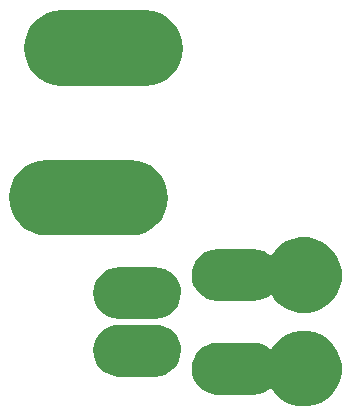
<source format=gbs>
G04 #@! TF.FileFunction,Soldermask,Bot*
%FSLAX46Y46*%
G04 Gerber Fmt 4.6, Leading zero omitted, Abs format (unit mm)*
G04 Created by KiCad (PCBNEW 4.0.7) date 04/08/19 10:03:47*
%MOMM*%
%LPD*%
G01*
G04 APERTURE LIST*
%ADD10C,0.100000*%
G04 APERTURE END LIST*
D10*
G36*
X220477910Y-85371926D02*
X221092645Y-85498113D01*
X221671164Y-85741301D01*
X222191433Y-86092225D01*
X222633625Y-86537515D01*
X222980909Y-87060220D01*
X223220051Y-87640422D01*
X223341771Y-88255155D01*
X223341771Y-88255184D01*
X223341937Y-88256024D01*
X223331928Y-88972807D01*
X223331738Y-88973642D01*
X223331738Y-88973666D01*
X223192899Y-89584769D01*
X222937651Y-90158064D01*
X222575909Y-90670866D01*
X222121451Y-91103640D01*
X221591591Y-91439901D01*
X221006511Y-91666838D01*
X220388491Y-91775811D01*
X219761071Y-91762669D01*
X219148159Y-91627912D01*
X218573094Y-91376671D01*
X218057778Y-91018518D01*
X217621842Y-90567092D01*
X217443194Y-90289884D01*
X217420170Y-90263292D01*
X217390649Y-90244168D01*
X217356969Y-90234026D01*
X217321797Y-90233668D01*
X217287917Y-90243123D01*
X217260472Y-90259902D01*
X217085964Y-90402227D01*
X216706858Y-90603801D01*
X216295819Y-90727901D01*
X215868503Y-90769800D01*
X212832537Y-90769800D01*
X212807054Y-90769622D01*
X212807048Y-90769621D01*
X212801980Y-90769586D01*
X212375291Y-90721725D01*
X211966025Y-90591898D01*
X211589770Y-90385050D01*
X211260857Y-90109059D01*
X210991816Y-89774439D01*
X210792893Y-89393935D01*
X210671665Y-88982039D01*
X210671658Y-88981960D01*
X210671649Y-88981930D01*
X210632745Y-88554442D01*
X210677614Y-88127551D01*
X210677620Y-88127531D01*
X210677631Y-88127429D01*
X210804598Y-87717266D01*
X211008814Y-87339576D01*
X211282502Y-87008744D01*
X211615236Y-86737373D01*
X211994342Y-86535799D01*
X212405381Y-86411699D01*
X212832697Y-86369800D01*
X215868663Y-86369800D01*
X215894146Y-86369978D01*
X215894152Y-86369979D01*
X215899220Y-86370014D01*
X216325909Y-86417875D01*
X216735175Y-86547702D01*
X217111430Y-86754550D01*
X217257747Y-86877324D01*
X217286350Y-86895137D01*
X217320206Y-86904676D01*
X217355379Y-86904406D01*
X217389084Y-86894347D01*
X217418653Y-86875296D01*
X217439980Y-86851409D01*
X217678592Y-86502924D01*
X218126962Y-86063848D01*
X218652077Y-85720223D01*
X219233934Y-85485138D01*
X219850373Y-85367546D01*
X220477910Y-85371926D01*
X220477910Y-85371926D01*
G37*
G36*
X207562946Y-84845978D02*
X207562952Y-84845979D01*
X207568020Y-84846014D01*
X207994709Y-84893875D01*
X208403975Y-85023702D01*
X208780230Y-85230550D01*
X209109143Y-85506541D01*
X209378184Y-85841161D01*
X209577107Y-86221665D01*
X209698335Y-86633561D01*
X209698342Y-86633640D01*
X209698351Y-86633670D01*
X209737255Y-87061158D01*
X209692386Y-87488049D01*
X209692380Y-87488069D01*
X209692369Y-87488171D01*
X209565402Y-87898334D01*
X209361186Y-88276024D01*
X209087498Y-88606856D01*
X208754764Y-88878227D01*
X208375658Y-89079801D01*
X207964619Y-89203901D01*
X207537303Y-89245800D01*
X204501337Y-89245800D01*
X204475854Y-89245622D01*
X204475848Y-89245621D01*
X204470780Y-89245586D01*
X204044091Y-89197725D01*
X203634825Y-89067898D01*
X203258570Y-88861050D01*
X202929657Y-88585059D01*
X202660616Y-88250439D01*
X202461693Y-87869935D01*
X202340465Y-87458039D01*
X202340458Y-87457960D01*
X202340449Y-87457930D01*
X202301545Y-87030442D01*
X202346414Y-86603551D01*
X202346420Y-86603531D01*
X202346431Y-86603429D01*
X202473398Y-86193266D01*
X202677614Y-85815576D01*
X202951302Y-85484744D01*
X203284036Y-85213373D01*
X203663142Y-85011799D01*
X204074181Y-84887699D01*
X204501497Y-84845800D01*
X207537463Y-84845800D01*
X207562946Y-84845978D01*
X207562946Y-84845978D01*
G37*
G36*
X207562946Y-79969178D02*
X207562952Y-79969179D01*
X207568020Y-79969214D01*
X207994709Y-80017075D01*
X208403975Y-80146902D01*
X208780230Y-80353750D01*
X209109143Y-80629741D01*
X209378184Y-80964361D01*
X209577107Y-81344865D01*
X209698335Y-81756761D01*
X209698342Y-81756840D01*
X209698351Y-81756870D01*
X209737255Y-82184358D01*
X209692386Y-82611249D01*
X209692380Y-82611269D01*
X209692369Y-82611371D01*
X209565402Y-83021534D01*
X209361186Y-83399224D01*
X209087498Y-83730056D01*
X208754764Y-84001427D01*
X208375658Y-84203001D01*
X207964619Y-84327101D01*
X207537303Y-84369000D01*
X204501337Y-84369000D01*
X204475854Y-84368822D01*
X204475848Y-84368821D01*
X204470780Y-84368786D01*
X204044091Y-84320925D01*
X203634825Y-84191098D01*
X203258570Y-83984250D01*
X202929657Y-83708259D01*
X202660616Y-83373639D01*
X202461693Y-82993135D01*
X202340465Y-82581239D01*
X202340458Y-82581160D01*
X202340449Y-82581130D01*
X202301545Y-82153642D01*
X202346414Y-81726751D01*
X202346420Y-81726731D01*
X202346431Y-81726629D01*
X202473398Y-81316466D01*
X202677614Y-80938776D01*
X202951302Y-80607944D01*
X203284036Y-80336573D01*
X203663142Y-80134999D01*
X204074181Y-80010899D01*
X204501497Y-79969000D01*
X207537463Y-79969000D01*
X207562946Y-79969178D01*
X207562946Y-79969178D01*
G37*
G36*
X220477910Y-77447126D02*
X221092645Y-77573313D01*
X221671164Y-77816501D01*
X222191433Y-78167425D01*
X222633625Y-78612715D01*
X222980909Y-79135420D01*
X223220051Y-79715622D01*
X223341771Y-80330355D01*
X223341771Y-80330384D01*
X223341937Y-80331224D01*
X223331928Y-81048007D01*
X223331738Y-81048842D01*
X223331738Y-81048866D01*
X223192899Y-81659969D01*
X222937651Y-82233264D01*
X222575909Y-82746066D01*
X222121451Y-83178840D01*
X221591591Y-83515101D01*
X221006511Y-83742038D01*
X220388491Y-83851011D01*
X219761071Y-83837869D01*
X219148159Y-83703112D01*
X218573094Y-83451871D01*
X218057778Y-83093718D01*
X217621842Y-82642292D01*
X217443194Y-82365084D01*
X217420170Y-82338492D01*
X217390649Y-82319368D01*
X217356969Y-82309226D01*
X217321797Y-82308868D01*
X217287917Y-82318323D01*
X217260472Y-82335102D01*
X217085964Y-82477427D01*
X216706858Y-82679001D01*
X216295819Y-82803101D01*
X215868503Y-82845000D01*
X212832537Y-82845000D01*
X212807054Y-82844822D01*
X212807048Y-82844821D01*
X212801980Y-82844786D01*
X212375291Y-82796925D01*
X211966025Y-82667098D01*
X211589770Y-82460250D01*
X211260857Y-82184259D01*
X210991816Y-81849639D01*
X210792893Y-81469135D01*
X210671665Y-81057239D01*
X210671658Y-81057160D01*
X210671649Y-81057130D01*
X210632745Y-80629642D01*
X210677614Y-80202751D01*
X210677620Y-80202731D01*
X210677631Y-80202629D01*
X210804598Y-79792466D01*
X211008814Y-79414776D01*
X211282502Y-79083944D01*
X211615236Y-78812573D01*
X211994342Y-78610999D01*
X212405381Y-78486899D01*
X212832697Y-78445000D01*
X215868663Y-78445000D01*
X215894146Y-78445178D01*
X215894152Y-78445179D01*
X215899220Y-78445214D01*
X216325909Y-78493075D01*
X216735175Y-78622902D01*
X217111430Y-78829750D01*
X217257747Y-78952524D01*
X217286350Y-78970337D01*
X217320206Y-78979876D01*
X217355379Y-78979606D01*
X217389084Y-78969547D01*
X217418653Y-78950496D01*
X217439980Y-78926609D01*
X217678592Y-78578124D01*
X218126962Y-78139048D01*
X218652077Y-77795423D01*
X219233934Y-77560338D01*
X219850373Y-77442746D01*
X220477910Y-77447126D01*
X220477910Y-77447126D01*
G37*
G36*
X205476624Y-70892075D02*
X205476639Y-70892077D01*
X205481697Y-70892112D01*
X206102335Y-70961728D01*
X206697632Y-71150567D01*
X207244912Y-71451437D01*
X207723331Y-71852877D01*
X208114664Y-72339598D01*
X208404006Y-72893059D01*
X208580337Y-73492180D01*
X208580344Y-73492259D01*
X208580353Y-73492289D01*
X208636946Y-74114140D01*
X208571677Y-74735126D01*
X208571669Y-74735151D01*
X208571659Y-74735249D01*
X208386980Y-75331850D01*
X208089938Y-75881217D01*
X207691847Y-76362426D01*
X207207871Y-76757148D01*
X206656443Y-77050347D01*
X206058568Y-77230856D01*
X205437018Y-77291800D01*
X198372019Y-77291800D01*
X198332576Y-77291525D01*
X198332561Y-77291523D01*
X198327503Y-77291488D01*
X197706865Y-77221872D01*
X197111568Y-77033033D01*
X196564288Y-76732163D01*
X196085869Y-76330723D01*
X195694536Y-75844002D01*
X195405194Y-75290541D01*
X195228863Y-74691420D01*
X195228856Y-74691341D01*
X195228847Y-74691311D01*
X195172254Y-74069460D01*
X195237523Y-73448474D01*
X195237531Y-73448449D01*
X195237541Y-73448351D01*
X195422220Y-72851750D01*
X195719262Y-72302383D01*
X196117353Y-71821174D01*
X196601329Y-71426452D01*
X197152757Y-71133253D01*
X197750632Y-70952744D01*
X198372182Y-70891800D01*
X205437181Y-70891800D01*
X205476624Y-70892075D01*
X205476624Y-70892075D01*
G37*
G36*
X206746624Y-58242875D02*
X206746639Y-58242877D01*
X206751697Y-58242912D01*
X207372335Y-58312528D01*
X207967632Y-58501367D01*
X208514912Y-58802237D01*
X208993331Y-59203677D01*
X209384664Y-59690398D01*
X209674006Y-60243859D01*
X209850337Y-60842980D01*
X209850344Y-60843059D01*
X209850353Y-60843089D01*
X209906946Y-61464940D01*
X209841677Y-62085926D01*
X209841669Y-62085951D01*
X209841659Y-62086049D01*
X209656980Y-62682650D01*
X209359938Y-63232017D01*
X208961847Y-63713226D01*
X208477871Y-64107948D01*
X207926443Y-64401147D01*
X207328568Y-64581656D01*
X206707018Y-64642600D01*
X199642019Y-64642600D01*
X199602576Y-64642325D01*
X199602561Y-64642323D01*
X199597503Y-64642288D01*
X198976865Y-64572672D01*
X198381568Y-64383833D01*
X197834288Y-64082963D01*
X197355869Y-63681523D01*
X196964536Y-63194802D01*
X196675194Y-62641341D01*
X196498863Y-62042220D01*
X196498856Y-62042141D01*
X196498847Y-62042111D01*
X196442254Y-61420260D01*
X196507523Y-60799274D01*
X196507531Y-60799249D01*
X196507541Y-60799151D01*
X196692220Y-60202550D01*
X196989262Y-59653183D01*
X197387353Y-59171974D01*
X197871329Y-58777252D01*
X198422757Y-58484053D01*
X199020632Y-58303544D01*
X199642182Y-58242600D01*
X206707181Y-58242600D01*
X206746624Y-58242875D01*
X206746624Y-58242875D01*
G37*
M02*

</source>
